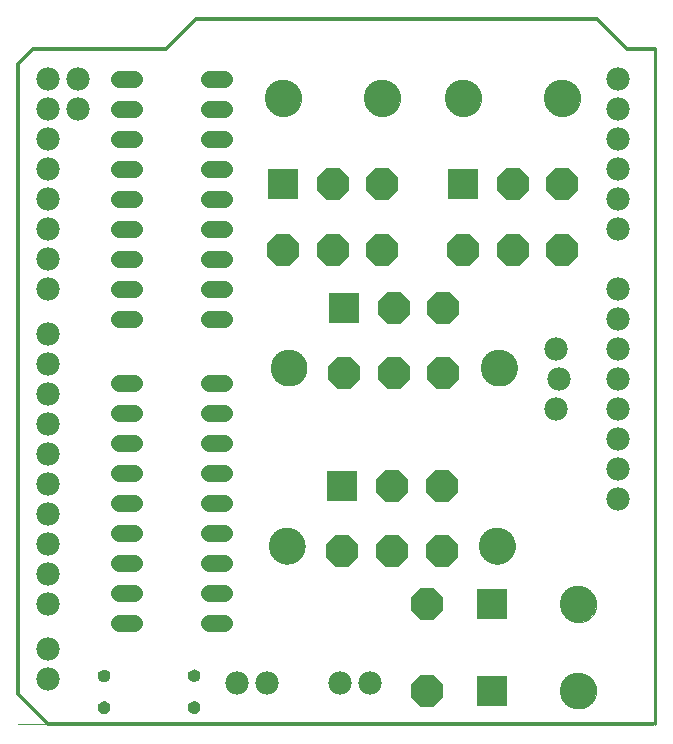
<source format=gts>
G75*
%MOIN*%
%OFA0B0*%
%FSLAX25Y25*%
%IPPOS*%
%LPD*%
%AMOC8*
5,1,8,0,0,1.08239X$1,22.5*
%
%ADD10C,0.00000*%
%ADD11C,0.01000*%
%ADD12C,0.01200*%
%ADD13C,0.07800*%
%ADD14C,0.00500*%
%ADD15C,0.05600*%
%ADD16OC8,0.10400*%
%ADD17R,0.10400X0.10400*%
%ADD18C,0.12211*%
D10*
X0005000Y0005000D02*
X0015000Y0005000D01*
X0208701Y0005000D01*
X0185959Y0016250D02*
X0185961Y0016403D01*
X0185967Y0016557D01*
X0185977Y0016710D01*
X0185991Y0016862D01*
X0186009Y0017015D01*
X0186031Y0017166D01*
X0186056Y0017317D01*
X0186086Y0017468D01*
X0186120Y0017618D01*
X0186157Y0017766D01*
X0186198Y0017914D01*
X0186243Y0018060D01*
X0186292Y0018206D01*
X0186345Y0018350D01*
X0186401Y0018492D01*
X0186461Y0018633D01*
X0186525Y0018773D01*
X0186592Y0018911D01*
X0186663Y0019047D01*
X0186738Y0019181D01*
X0186815Y0019313D01*
X0186897Y0019443D01*
X0186981Y0019571D01*
X0187069Y0019697D01*
X0187160Y0019820D01*
X0187254Y0019941D01*
X0187352Y0020059D01*
X0187452Y0020175D01*
X0187556Y0020288D01*
X0187662Y0020399D01*
X0187771Y0020507D01*
X0187883Y0020612D01*
X0187997Y0020713D01*
X0188115Y0020812D01*
X0188234Y0020908D01*
X0188356Y0021001D01*
X0188481Y0021090D01*
X0188608Y0021177D01*
X0188737Y0021259D01*
X0188868Y0021339D01*
X0189001Y0021415D01*
X0189136Y0021488D01*
X0189273Y0021557D01*
X0189412Y0021622D01*
X0189552Y0021684D01*
X0189694Y0021742D01*
X0189837Y0021797D01*
X0189982Y0021848D01*
X0190128Y0021895D01*
X0190275Y0021938D01*
X0190423Y0021977D01*
X0190572Y0022013D01*
X0190722Y0022044D01*
X0190873Y0022072D01*
X0191024Y0022096D01*
X0191177Y0022116D01*
X0191329Y0022132D01*
X0191482Y0022144D01*
X0191635Y0022152D01*
X0191788Y0022156D01*
X0191942Y0022156D01*
X0192095Y0022152D01*
X0192248Y0022144D01*
X0192401Y0022132D01*
X0192553Y0022116D01*
X0192706Y0022096D01*
X0192857Y0022072D01*
X0193008Y0022044D01*
X0193158Y0022013D01*
X0193307Y0021977D01*
X0193455Y0021938D01*
X0193602Y0021895D01*
X0193748Y0021848D01*
X0193893Y0021797D01*
X0194036Y0021742D01*
X0194178Y0021684D01*
X0194318Y0021622D01*
X0194457Y0021557D01*
X0194594Y0021488D01*
X0194729Y0021415D01*
X0194862Y0021339D01*
X0194993Y0021259D01*
X0195122Y0021177D01*
X0195249Y0021090D01*
X0195374Y0021001D01*
X0195496Y0020908D01*
X0195615Y0020812D01*
X0195733Y0020713D01*
X0195847Y0020612D01*
X0195959Y0020507D01*
X0196068Y0020399D01*
X0196174Y0020288D01*
X0196278Y0020175D01*
X0196378Y0020059D01*
X0196476Y0019941D01*
X0196570Y0019820D01*
X0196661Y0019697D01*
X0196749Y0019571D01*
X0196833Y0019443D01*
X0196915Y0019313D01*
X0196992Y0019181D01*
X0197067Y0019047D01*
X0197138Y0018911D01*
X0197205Y0018773D01*
X0197269Y0018633D01*
X0197329Y0018492D01*
X0197385Y0018350D01*
X0197438Y0018206D01*
X0197487Y0018060D01*
X0197532Y0017914D01*
X0197573Y0017766D01*
X0197610Y0017618D01*
X0197644Y0017468D01*
X0197674Y0017317D01*
X0197699Y0017166D01*
X0197721Y0017015D01*
X0197739Y0016862D01*
X0197753Y0016710D01*
X0197763Y0016557D01*
X0197769Y0016403D01*
X0197771Y0016250D01*
X0197769Y0016097D01*
X0197763Y0015943D01*
X0197753Y0015790D01*
X0197739Y0015638D01*
X0197721Y0015485D01*
X0197699Y0015334D01*
X0197674Y0015183D01*
X0197644Y0015032D01*
X0197610Y0014882D01*
X0197573Y0014734D01*
X0197532Y0014586D01*
X0197487Y0014440D01*
X0197438Y0014294D01*
X0197385Y0014150D01*
X0197329Y0014008D01*
X0197269Y0013867D01*
X0197205Y0013727D01*
X0197138Y0013589D01*
X0197067Y0013453D01*
X0196992Y0013319D01*
X0196915Y0013187D01*
X0196833Y0013057D01*
X0196749Y0012929D01*
X0196661Y0012803D01*
X0196570Y0012680D01*
X0196476Y0012559D01*
X0196378Y0012441D01*
X0196278Y0012325D01*
X0196174Y0012212D01*
X0196068Y0012101D01*
X0195959Y0011993D01*
X0195847Y0011888D01*
X0195733Y0011787D01*
X0195615Y0011688D01*
X0195496Y0011592D01*
X0195374Y0011499D01*
X0195249Y0011410D01*
X0195122Y0011323D01*
X0194993Y0011241D01*
X0194862Y0011161D01*
X0194729Y0011085D01*
X0194594Y0011012D01*
X0194457Y0010943D01*
X0194318Y0010878D01*
X0194178Y0010816D01*
X0194036Y0010758D01*
X0193893Y0010703D01*
X0193748Y0010652D01*
X0193602Y0010605D01*
X0193455Y0010562D01*
X0193307Y0010523D01*
X0193158Y0010487D01*
X0193008Y0010456D01*
X0192857Y0010428D01*
X0192706Y0010404D01*
X0192553Y0010384D01*
X0192401Y0010368D01*
X0192248Y0010356D01*
X0192095Y0010348D01*
X0191942Y0010344D01*
X0191788Y0010344D01*
X0191635Y0010348D01*
X0191482Y0010356D01*
X0191329Y0010368D01*
X0191177Y0010384D01*
X0191024Y0010404D01*
X0190873Y0010428D01*
X0190722Y0010456D01*
X0190572Y0010487D01*
X0190423Y0010523D01*
X0190275Y0010562D01*
X0190128Y0010605D01*
X0189982Y0010652D01*
X0189837Y0010703D01*
X0189694Y0010758D01*
X0189552Y0010816D01*
X0189412Y0010878D01*
X0189273Y0010943D01*
X0189136Y0011012D01*
X0189001Y0011085D01*
X0188868Y0011161D01*
X0188737Y0011241D01*
X0188608Y0011323D01*
X0188481Y0011410D01*
X0188356Y0011499D01*
X0188234Y0011592D01*
X0188115Y0011688D01*
X0187997Y0011787D01*
X0187883Y0011888D01*
X0187771Y0011993D01*
X0187662Y0012101D01*
X0187556Y0012212D01*
X0187452Y0012325D01*
X0187352Y0012441D01*
X0187254Y0012559D01*
X0187160Y0012680D01*
X0187069Y0012803D01*
X0186981Y0012929D01*
X0186897Y0013057D01*
X0186815Y0013187D01*
X0186738Y0013319D01*
X0186663Y0013453D01*
X0186592Y0013589D01*
X0186525Y0013727D01*
X0186461Y0013867D01*
X0186401Y0014008D01*
X0186345Y0014150D01*
X0186292Y0014294D01*
X0186243Y0014440D01*
X0186198Y0014586D01*
X0186157Y0014734D01*
X0186120Y0014882D01*
X0186086Y0015032D01*
X0186056Y0015183D01*
X0186031Y0015334D01*
X0186009Y0015485D01*
X0185991Y0015638D01*
X0185977Y0015790D01*
X0185967Y0015943D01*
X0185961Y0016097D01*
X0185959Y0016250D01*
X0185959Y0045000D02*
X0185961Y0045153D01*
X0185967Y0045307D01*
X0185977Y0045460D01*
X0185991Y0045612D01*
X0186009Y0045765D01*
X0186031Y0045916D01*
X0186056Y0046067D01*
X0186086Y0046218D01*
X0186120Y0046368D01*
X0186157Y0046516D01*
X0186198Y0046664D01*
X0186243Y0046810D01*
X0186292Y0046956D01*
X0186345Y0047100D01*
X0186401Y0047242D01*
X0186461Y0047383D01*
X0186525Y0047523D01*
X0186592Y0047661D01*
X0186663Y0047797D01*
X0186738Y0047931D01*
X0186815Y0048063D01*
X0186897Y0048193D01*
X0186981Y0048321D01*
X0187069Y0048447D01*
X0187160Y0048570D01*
X0187254Y0048691D01*
X0187352Y0048809D01*
X0187452Y0048925D01*
X0187556Y0049038D01*
X0187662Y0049149D01*
X0187771Y0049257D01*
X0187883Y0049362D01*
X0187997Y0049463D01*
X0188115Y0049562D01*
X0188234Y0049658D01*
X0188356Y0049751D01*
X0188481Y0049840D01*
X0188608Y0049927D01*
X0188737Y0050009D01*
X0188868Y0050089D01*
X0189001Y0050165D01*
X0189136Y0050238D01*
X0189273Y0050307D01*
X0189412Y0050372D01*
X0189552Y0050434D01*
X0189694Y0050492D01*
X0189837Y0050547D01*
X0189982Y0050598D01*
X0190128Y0050645D01*
X0190275Y0050688D01*
X0190423Y0050727D01*
X0190572Y0050763D01*
X0190722Y0050794D01*
X0190873Y0050822D01*
X0191024Y0050846D01*
X0191177Y0050866D01*
X0191329Y0050882D01*
X0191482Y0050894D01*
X0191635Y0050902D01*
X0191788Y0050906D01*
X0191942Y0050906D01*
X0192095Y0050902D01*
X0192248Y0050894D01*
X0192401Y0050882D01*
X0192553Y0050866D01*
X0192706Y0050846D01*
X0192857Y0050822D01*
X0193008Y0050794D01*
X0193158Y0050763D01*
X0193307Y0050727D01*
X0193455Y0050688D01*
X0193602Y0050645D01*
X0193748Y0050598D01*
X0193893Y0050547D01*
X0194036Y0050492D01*
X0194178Y0050434D01*
X0194318Y0050372D01*
X0194457Y0050307D01*
X0194594Y0050238D01*
X0194729Y0050165D01*
X0194862Y0050089D01*
X0194993Y0050009D01*
X0195122Y0049927D01*
X0195249Y0049840D01*
X0195374Y0049751D01*
X0195496Y0049658D01*
X0195615Y0049562D01*
X0195733Y0049463D01*
X0195847Y0049362D01*
X0195959Y0049257D01*
X0196068Y0049149D01*
X0196174Y0049038D01*
X0196278Y0048925D01*
X0196378Y0048809D01*
X0196476Y0048691D01*
X0196570Y0048570D01*
X0196661Y0048447D01*
X0196749Y0048321D01*
X0196833Y0048193D01*
X0196915Y0048063D01*
X0196992Y0047931D01*
X0197067Y0047797D01*
X0197138Y0047661D01*
X0197205Y0047523D01*
X0197269Y0047383D01*
X0197329Y0047242D01*
X0197385Y0047100D01*
X0197438Y0046956D01*
X0197487Y0046810D01*
X0197532Y0046664D01*
X0197573Y0046516D01*
X0197610Y0046368D01*
X0197644Y0046218D01*
X0197674Y0046067D01*
X0197699Y0045916D01*
X0197721Y0045765D01*
X0197739Y0045612D01*
X0197753Y0045460D01*
X0197763Y0045307D01*
X0197769Y0045153D01*
X0197771Y0045000D01*
X0197769Y0044847D01*
X0197763Y0044693D01*
X0197753Y0044540D01*
X0197739Y0044388D01*
X0197721Y0044235D01*
X0197699Y0044084D01*
X0197674Y0043933D01*
X0197644Y0043782D01*
X0197610Y0043632D01*
X0197573Y0043484D01*
X0197532Y0043336D01*
X0197487Y0043190D01*
X0197438Y0043044D01*
X0197385Y0042900D01*
X0197329Y0042758D01*
X0197269Y0042617D01*
X0197205Y0042477D01*
X0197138Y0042339D01*
X0197067Y0042203D01*
X0196992Y0042069D01*
X0196915Y0041937D01*
X0196833Y0041807D01*
X0196749Y0041679D01*
X0196661Y0041553D01*
X0196570Y0041430D01*
X0196476Y0041309D01*
X0196378Y0041191D01*
X0196278Y0041075D01*
X0196174Y0040962D01*
X0196068Y0040851D01*
X0195959Y0040743D01*
X0195847Y0040638D01*
X0195733Y0040537D01*
X0195615Y0040438D01*
X0195496Y0040342D01*
X0195374Y0040249D01*
X0195249Y0040160D01*
X0195122Y0040073D01*
X0194993Y0039991D01*
X0194862Y0039911D01*
X0194729Y0039835D01*
X0194594Y0039762D01*
X0194457Y0039693D01*
X0194318Y0039628D01*
X0194178Y0039566D01*
X0194036Y0039508D01*
X0193893Y0039453D01*
X0193748Y0039402D01*
X0193602Y0039355D01*
X0193455Y0039312D01*
X0193307Y0039273D01*
X0193158Y0039237D01*
X0193008Y0039206D01*
X0192857Y0039178D01*
X0192706Y0039154D01*
X0192553Y0039134D01*
X0192401Y0039118D01*
X0192248Y0039106D01*
X0192095Y0039098D01*
X0191942Y0039094D01*
X0191788Y0039094D01*
X0191635Y0039098D01*
X0191482Y0039106D01*
X0191329Y0039118D01*
X0191177Y0039134D01*
X0191024Y0039154D01*
X0190873Y0039178D01*
X0190722Y0039206D01*
X0190572Y0039237D01*
X0190423Y0039273D01*
X0190275Y0039312D01*
X0190128Y0039355D01*
X0189982Y0039402D01*
X0189837Y0039453D01*
X0189694Y0039508D01*
X0189552Y0039566D01*
X0189412Y0039628D01*
X0189273Y0039693D01*
X0189136Y0039762D01*
X0189001Y0039835D01*
X0188868Y0039911D01*
X0188737Y0039991D01*
X0188608Y0040073D01*
X0188481Y0040160D01*
X0188356Y0040249D01*
X0188234Y0040342D01*
X0188115Y0040438D01*
X0187997Y0040537D01*
X0187883Y0040638D01*
X0187771Y0040743D01*
X0187662Y0040851D01*
X0187556Y0040962D01*
X0187452Y0041075D01*
X0187352Y0041191D01*
X0187254Y0041309D01*
X0187160Y0041430D01*
X0187069Y0041553D01*
X0186981Y0041679D01*
X0186897Y0041807D01*
X0186815Y0041937D01*
X0186738Y0042069D01*
X0186663Y0042203D01*
X0186592Y0042339D01*
X0186525Y0042477D01*
X0186461Y0042617D01*
X0186401Y0042758D01*
X0186345Y0042900D01*
X0186292Y0043044D01*
X0186243Y0043190D01*
X0186198Y0043336D01*
X0186157Y0043484D01*
X0186120Y0043632D01*
X0186086Y0043782D01*
X0186056Y0043933D01*
X0186031Y0044084D01*
X0186009Y0044235D01*
X0185991Y0044388D01*
X0185977Y0044540D01*
X0185967Y0044693D01*
X0185961Y0044847D01*
X0185959Y0045000D01*
X0158848Y0064532D02*
X0158850Y0064685D01*
X0158856Y0064839D01*
X0158866Y0064992D01*
X0158880Y0065144D01*
X0158898Y0065297D01*
X0158920Y0065448D01*
X0158945Y0065599D01*
X0158975Y0065750D01*
X0159009Y0065900D01*
X0159046Y0066048D01*
X0159087Y0066196D01*
X0159132Y0066342D01*
X0159181Y0066488D01*
X0159234Y0066632D01*
X0159290Y0066774D01*
X0159350Y0066915D01*
X0159414Y0067055D01*
X0159481Y0067193D01*
X0159552Y0067329D01*
X0159627Y0067463D01*
X0159704Y0067595D01*
X0159786Y0067725D01*
X0159870Y0067853D01*
X0159958Y0067979D01*
X0160049Y0068102D01*
X0160143Y0068223D01*
X0160241Y0068341D01*
X0160341Y0068457D01*
X0160445Y0068570D01*
X0160551Y0068681D01*
X0160660Y0068789D01*
X0160772Y0068894D01*
X0160886Y0068995D01*
X0161004Y0069094D01*
X0161123Y0069190D01*
X0161245Y0069283D01*
X0161370Y0069372D01*
X0161497Y0069459D01*
X0161626Y0069541D01*
X0161757Y0069621D01*
X0161890Y0069697D01*
X0162025Y0069770D01*
X0162162Y0069839D01*
X0162301Y0069904D01*
X0162441Y0069966D01*
X0162583Y0070024D01*
X0162726Y0070079D01*
X0162871Y0070130D01*
X0163017Y0070177D01*
X0163164Y0070220D01*
X0163312Y0070259D01*
X0163461Y0070295D01*
X0163611Y0070326D01*
X0163762Y0070354D01*
X0163913Y0070378D01*
X0164066Y0070398D01*
X0164218Y0070414D01*
X0164371Y0070426D01*
X0164524Y0070434D01*
X0164677Y0070438D01*
X0164831Y0070438D01*
X0164984Y0070434D01*
X0165137Y0070426D01*
X0165290Y0070414D01*
X0165442Y0070398D01*
X0165595Y0070378D01*
X0165746Y0070354D01*
X0165897Y0070326D01*
X0166047Y0070295D01*
X0166196Y0070259D01*
X0166344Y0070220D01*
X0166491Y0070177D01*
X0166637Y0070130D01*
X0166782Y0070079D01*
X0166925Y0070024D01*
X0167067Y0069966D01*
X0167207Y0069904D01*
X0167346Y0069839D01*
X0167483Y0069770D01*
X0167618Y0069697D01*
X0167751Y0069621D01*
X0167882Y0069541D01*
X0168011Y0069459D01*
X0168138Y0069372D01*
X0168263Y0069283D01*
X0168385Y0069190D01*
X0168504Y0069094D01*
X0168622Y0068995D01*
X0168736Y0068894D01*
X0168848Y0068789D01*
X0168957Y0068681D01*
X0169063Y0068570D01*
X0169167Y0068457D01*
X0169267Y0068341D01*
X0169365Y0068223D01*
X0169459Y0068102D01*
X0169550Y0067979D01*
X0169638Y0067853D01*
X0169722Y0067725D01*
X0169804Y0067595D01*
X0169881Y0067463D01*
X0169956Y0067329D01*
X0170027Y0067193D01*
X0170094Y0067055D01*
X0170158Y0066915D01*
X0170218Y0066774D01*
X0170274Y0066632D01*
X0170327Y0066488D01*
X0170376Y0066342D01*
X0170421Y0066196D01*
X0170462Y0066048D01*
X0170499Y0065900D01*
X0170533Y0065750D01*
X0170563Y0065599D01*
X0170588Y0065448D01*
X0170610Y0065297D01*
X0170628Y0065144D01*
X0170642Y0064992D01*
X0170652Y0064839D01*
X0170658Y0064685D01*
X0170660Y0064532D01*
X0170658Y0064379D01*
X0170652Y0064225D01*
X0170642Y0064072D01*
X0170628Y0063920D01*
X0170610Y0063767D01*
X0170588Y0063616D01*
X0170563Y0063465D01*
X0170533Y0063314D01*
X0170499Y0063164D01*
X0170462Y0063016D01*
X0170421Y0062868D01*
X0170376Y0062722D01*
X0170327Y0062576D01*
X0170274Y0062432D01*
X0170218Y0062290D01*
X0170158Y0062149D01*
X0170094Y0062009D01*
X0170027Y0061871D01*
X0169956Y0061735D01*
X0169881Y0061601D01*
X0169804Y0061469D01*
X0169722Y0061339D01*
X0169638Y0061211D01*
X0169550Y0061085D01*
X0169459Y0060962D01*
X0169365Y0060841D01*
X0169267Y0060723D01*
X0169167Y0060607D01*
X0169063Y0060494D01*
X0168957Y0060383D01*
X0168848Y0060275D01*
X0168736Y0060170D01*
X0168622Y0060069D01*
X0168504Y0059970D01*
X0168385Y0059874D01*
X0168263Y0059781D01*
X0168138Y0059692D01*
X0168011Y0059605D01*
X0167882Y0059523D01*
X0167751Y0059443D01*
X0167618Y0059367D01*
X0167483Y0059294D01*
X0167346Y0059225D01*
X0167207Y0059160D01*
X0167067Y0059098D01*
X0166925Y0059040D01*
X0166782Y0058985D01*
X0166637Y0058934D01*
X0166491Y0058887D01*
X0166344Y0058844D01*
X0166196Y0058805D01*
X0166047Y0058769D01*
X0165897Y0058738D01*
X0165746Y0058710D01*
X0165595Y0058686D01*
X0165442Y0058666D01*
X0165290Y0058650D01*
X0165137Y0058638D01*
X0164984Y0058630D01*
X0164831Y0058626D01*
X0164677Y0058626D01*
X0164524Y0058630D01*
X0164371Y0058638D01*
X0164218Y0058650D01*
X0164066Y0058666D01*
X0163913Y0058686D01*
X0163762Y0058710D01*
X0163611Y0058738D01*
X0163461Y0058769D01*
X0163312Y0058805D01*
X0163164Y0058844D01*
X0163017Y0058887D01*
X0162871Y0058934D01*
X0162726Y0058985D01*
X0162583Y0059040D01*
X0162441Y0059098D01*
X0162301Y0059160D01*
X0162162Y0059225D01*
X0162025Y0059294D01*
X0161890Y0059367D01*
X0161757Y0059443D01*
X0161626Y0059523D01*
X0161497Y0059605D01*
X0161370Y0059692D01*
X0161245Y0059781D01*
X0161123Y0059874D01*
X0161004Y0059970D01*
X0160886Y0060069D01*
X0160772Y0060170D01*
X0160660Y0060275D01*
X0160551Y0060383D01*
X0160445Y0060494D01*
X0160341Y0060607D01*
X0160241Y0060723D01*
X0160143Y0060841D01*
X0160049Y0060962D01*
X0159958Y0061085D01*
X0159870Y0061211D01*
X0159786Y0061339D01*
X0159704Y0061469D01*
X0159627Y0061601D01*
X0159552Y0061735D01*
X0159481Y0061871D01*
X0159414Y0062009D01*
X0159350Y0062149D01*
X0159290Y0062290D01*
X0159234Y0062432D01*
X0159181Y0062576D01*
X0159132Y0062722D01*
X0159087Y0062868D01*
X0159046Y0063016D01*
X0159009Y0063164D01*
X0158975Y0063314D01*
X0158945Y0063465D01*
X0158920Y0063616D01*
X0158898Y0063767D01*
X0158880Y0063920D01*
X0158866Y0064072D01*
X0158856Y0064225D01*
X0158850Y0064379D01*
X0158848Y0064532D01*
X0159473Y0123907D02*
X0159475Y0124060D01*
X0159481Y0124214D01*
X0159491Y0124367D01*
X0159505Y0124519D01*
X0159523Y0124672D01*
X0159545Y0124823D01*
X0159570Y0124974D01*
X0159600Y0125125D01*
X0159634Y0125275D01*
X0159671Y0125423D01*
X0159712Y0125571D01*
X0159757Y0125717D01*
X0159806Y0125863D01*
X0159859Y0126007D01*
X0159915Y0126149D01*
X0159975Y0126290D01*
X0160039Y0126430D01*
X0160106Y0126568D01*
X0160177Y0126704D01*
X0160252Y0126838D01*
X0160329Y0126970D01*
X0160411Y0127100D01*
X0160495Y0127228D01*
X0160583Y0127354D01*
X0160674Y0127477D01*
X0160768Y0127598D01*
X0160866Y0127716D01*
X0160966Y0127832D01*
X0161070Y0127945D01*
X0161176Y0128056D01*
X0161285Y0128164D01*
X0161397Y0128269D01*
X0161511Y0128370D01*
X0161629Y0128469D01*
X0161748Y0128565D01*
X0161870Y0128658D01*
X0161995Y0128747D01*
X0162122Y0128834D01*
X0162251Y0128916D01*
X0162382Y0128996D01*
X0162515Y0129072D01*
X0162650Y0129145D01*
X0162787Y0129214D01*
X0162926Y0129279D01*
X0163066Y0129341D01*
X0163208Y0129399D01*
X0163351Y0129454D01*
X0163496Y0129505D01*
X0163642Y0129552D01*
X0163789Y0129595D01*
X0163937Y0129634D01*
X0164086Y0129670D01*
X0164236Y0129701D01*
X0164387Y0129729D01*
X0164538Y0129753D01*
X0164691Y0129773D01*
X0164843Y0129789D01*
X0164996Y0129801D01*
X0165149Y0129809D01*
X0165302Y0129813D01*
X0165456Y0129813D01*
X0165609Y0129809D01*
X0165762Y0129801D01*
X0165915Y0129789D01*
X0166067Y0129773D01*
X0166220Y0129753D01*
X0166371Y0129729D01*
X0166522Y0129701D01*
X0166672Y0129670D01*
X0166821Y0129634D01*
X0166969Y0129595D01*
X0167116Y0129552D01*
X0167262Y0129505D01*
X0167407Y0129454D01*
X0167550Y0129399D01*
X0167692Y0129341D01*
X0167832Y0129279D01*
X0167971Y0129214D01*
X0168108Y0129145D01*
X0168243Y0129072D01*
X0168376Y0128996D01*
X0168507Y0128916D01*
X0168636Y0128834D01*
X0168763Y0128747D01*
X0168888Y0128658D01*
X0169010Y0128565D01*
X0169129Y0128469D01*
X0169247Y0128370D01*
X0169361Y0128269D01*
X0169473Y0128164D01*
X0169582Y0128056D01*
X0169688Y0127945D01*
X0169792Y0127832D01*
X0169892Y0127716D01*
X0169990Y0127598D01*
X0170084Y0127477D01*
X0170175Y0127354D01*
X0170263Y0127228D01*
X0170347Y0127100D01*
X0170429Y0126970D01*
X0170506Y0126838D01*
X0170581Y0126704D01*
X0170652Y0126568D01*
X0170719Y0126430D01*
X0170783Y0126290D01*
X0170843Y0126149D01*
X0170899Y0126007D01*
X0170952Y0125863D01*
X0171001Y0125717D01*
X0171046Y0125571D01*
X0171087Y0125423D01*
X0171124Y0125275D01*
X0171158Y0125125D01*
X0171188Y0124974D01*
X0171213Y0124823D01*
X0171235Y0124672D01*
X0171253Y0124519D01*
X0171267Y0124367D01*
X0171277Y0124214D01*
X0171283Y0124060D01*
X0171285Y0123907D01*
X0171283Y0123754D01*
X0171277Y0123600D01*
X0171267Y0123447D01*
X0171253Y0123295D01*
X0171235Y0123142D01*
X0171213Y0122991D01*
X0171188Y0122840D01*
X0171158Y0122689D01*
X0171124Y0122539D01*
X0171087Y0122391D01*
X0171046Y0122243D01*
X0171001Y0122097D01*
X0170952Y0121951D01*
X0170899Y0121807D01*
X0170843Y0121665D01*
X0170783Y0121524D01*
X0170719Y0121384D01*
X0170652Y0121246D01*
X0170581Y0121110D01*
X0170506Y0120976D01*
X0170429Y0120844D01*
X0170347Y0120714D01*
X0170263Y0120586D01*
X0170175Y0120460D01*
X0170084Y0120337D01*
X0169990Y0120216D01*
X0169892Y0120098D01*
X0169792Y0119982D01*
X0169688Y0119869D01*
X0169582Y0119758D01*
X0169473Y0119650D01*
X0169361Y0119545D01*
X0169247Y0119444D01*
X0169129Y0119345D01*
X0169010Y0119249D01*
X0168888Y0119156D01*
X0168763Y0119067D01*
X0168636Y0118980D01*
X0168507Y0118898D01*
X0168376Y0118818D01*
X0168243Y0118742D01*
X0168108Y0118669D01*
X0167971Y0118600D01*
X0167832Y0118535D01*
X0167692Y0118473D01*
X0167550Y0118415D01*
X0167407Y0118360D01*
X0167262Y0118309D01*
X0167116Y0118262D01*
X0166969Y0118219D01*
X0166821Y0118180D01*
X0166672Y0118144D01*
X0166522Y0118113D01*
X0166371Y0118085D01*
X0166220Y0118061D01*
X0166067Y0118041D01*
X0165915Y0118025D01*
X0165762Y0118013D01*
X0165609Y0118005D01*
X0165456Y0118001D01*
X0165302Y0118001D01*
X0165149Y0118005D01*
X0164996Y0118013D01*
X0164843Y0118025D01*
X0164691Y0118041D01*
X0164538Y0118061D01*
X0164387Y0118085D01*
X0164236Y0118113D01*
X0164086Y0118144D01*
X0163937Y0118180D01*
X0163789Y0118219D01*
X0163642Y0118262D01*
X0163496Y0118309D01*
X0163351Y0118360D01*
X0163208Y0118415D01*
X0163066Y0118473D01*
X0162926Y0118535D01*
X0162787Y0118600D01*
X0162650Y0118669D01*
X0162515Y0118742D01*
X0162382Y0118818D01*
X0162251Y0118898D01*
X0162122Y0118980D01*
X0161995Y0119067D01*
X0161870Y0119156D01*
X0161748Y0119249D01*
X0161629Y0119345D01*
X0161511Y0119444D01*
X0161397Y0119545D01*
X0161285Y0119650D01*
X0161176Y0119758D01*
X0161070Y0119869D01*
X0160966Y0119982D01*
X0160866Y0120098D01*
X0160768Y0120216D01*
X0160674Y0120337D01*
X0160583Y0120460D01*
X0160495Y0120586D01*
X0160411Y0120714D01*
X0160329Y0120844D01*
X0160252Y0120976D01*
X0160177Y0121110D01*
X0160106Y0121246D01*
X0160039Y0121384D01*
X0159975Y0121524D01*
X0159915Y0121665D01*
X0159859Y0121807D01*
X0159806Y0121951D01*
X0159757Y0122097D01*
X0159712Y0122243D01*
X0159671Y0122391D01*
X0159634Y0122539D01*
X0159600Y0122689D01*
X0159570Y0122840D01*
X0159545Y0122991D01*
X0159523Y0123142D01*
X0159505Y0123295D01*
X0159491Y0123447D01*
X0159481Y0123600D01*
X0159475Y0123754D01*
X0159473Y0123907D01*
X0089394Y0123907D02*
X0089396Y0124060D01*
X0089402Y0124214D01*
X0089412Y0124367D01*
X0089426Y0124519D01*
X0089444Y0124672D01*
X0089466Y0124823D01*
X0089491Y0124974D01*
X0089521Y0125125D01*
X0089555Y0125275D01*
X0089592Y0125423D01*
X0089633Y0125571D01*
X0089678Y0125717D01*
X0089727Y0125863D01*
X0089780Y0126007D01*
X0089836Y0126149D01*
X0089896Y0126290D01*
X0089960Y0126430D01*
X0090027Y0126568D01*
X0090098Y0126704D01*
X0090173Y0126838D01*
X0090250Y0126970D01*
X0090332Y0127100D01*
X0090416Y0127228D01*
X0090504Y0127354D01*
X0090595Y0127477D01*
X0090689Y0127598D01*
X0090787Y0127716D01*
X0090887Y0127832D01*
X0090991Y0127945D01*
X0091097Y0128056D01*
X0091206Y0128164D01*
X0091318Y0128269D01*
X0091432Y0128370D01*
X0091550Y0128469D01*
X0091669Y0128565D01*
X0091791Y0128658D01*
X0091916Y0128747D01*
X0092043Y0128834D01*
X0092172Y0128916D01*
X0092303Y0128996D01*
X0092436Y0129072D01*
X0092571Y0129145D01*
X0092708Y0129214D01*
X0092847Y0129279D01*
X0092987Y0129341D01*
X0093129Y0129399D01*
X0093272Y0129454D01*
X0093417Y0129505D01*
X0093563Y0129552D01*
X0093710Y0129595D01*
X0093858Y0129634D01*
X0094007Y0129670D01*
X0094157Y0129701D01*
X0094308Y0129729D01*
X0094459Y0129753D01*
X0094612Y0129773D01*
X0094764Y0129789D01*
X0094917Y0129801D01*
X0095070Y0129809D01*
X0095223Y0129813D01*
X0095377Y0129813D01*
X0095530Y0129809D01*
X0095683Y0129801D01*
X0095836Y0129789D01*
X0095988Y0129773D01*
X0096141Y0129753D01*
X0096292Y0129729D01*
X0096443Y0129701D01*
X0096593Y0129670D01*
X0096742Y0129634D01*
X0096890Y0129595D01*
X0097037Y0129552D01*
X0097183Y0129505D01*
X0097328Y0129454D01*
X0097471Y0129399D01*
X0097613Y0129341D01*
X0097753Y0129279D01*
X0097892Y0129214D01*
X0098029Y0129145D01*
X0098164Y0129072D01*
X0098297Y0128996D01*
X0098428Y0128916D01*
X0098557Y0128834D01*
X0098684Y0128747D01*
X0098809Y0128658D01*
X0098931Y0128565D01*
X0099050Y0128469D01*
X0099168Y0128370D01*
X0099282Y0128269D01*
X0099394Y0128164D01*
X0099503Y0128056D01*
X0099609Y0127945D01*
X0099713Y0127832D01*
X0099813Y0127716D01*
X0099911Y0127598D01*
X0100005Y0127477D01*
X0100096Y0127354D01*
X0100184Y0127228D01*
X0100268Y0127100D01*
X0100350Y0126970D01*
X0100427Y0126838D01*
X0100502Y0126704D01*
X0100573Y0126568D01*
X0100640Y0126430D01*
X0100704Y0126290D01*
X0100764Y0126149D01*
X0100820Y0126007D01*
X0100873Y0125863D01*
X0100922Y0125717D01*
X0100967Y0125571D01*
X0101008Y0125423D01*
X0101045Y0125275D01*
X0101079Y0125125D01*
X0101109Y0124974D01*
X0101134Y0124823D01*
X0101156Y0124672D01*
X0101174Y0124519D01*
X0101188Y0124367D01*
X0101198Y0124214D01*
X0101204Y0124060D01*
X0101206Y0123907D01*
X0101204Y0123754D01*
X0101198Y0123600D01*
X0101188Y0123447D01*
X0101174Y0123295D01*
X0101156Y0123142D01*
X0101134Y0122991D01*
X0101109Y0122840D01*
X0101079Y0122689D01*
X0101045Y0122539D01*
X0101008Y0122391D01*
X0100967Y0122243D01*
X0100922Y0122097D01*
X0100873Y0121951D01*
X0100820Y0121807D01*
X0100764Y0121665D01*
X0100704Y0121524D01*
X0100640Y0121384D01*
X0100573Y0121246D01*
X0100502Y0121110D01*
X0100427Y0120976D01*
X0100350Y0120844D01*
X0100268Y0120714D01*
X0100184Y0120586D01*
X0100096Y0120460D01*
X0100005Y0120337D01*
X0099911Y0120216D01*
X0099813Y0120098D01*
X0099713Y0119982D01*
X0099609Y0119869D01*
X0099503Y0119758D01*
X0099394Y0119650D01*
X0099282Y0119545D01*
X0099168Y0119444D01*
X0099050Y0119345D01*
X0098931Y0119249D01*
X0098809Y0119156D01*
X0098684Y0119067D01*
X0098557Y0118980D01*
X0098428Y0118898D01*
X0098297Y0118818D01*
X0098164Y0118742D01*
X0098029Y0118669D01*
X0097892Y0118600D01*
X0097753Y0118535D01*
X0097613Y0118473D01*
X0097471Y0118415D01*
X0097328Y0118360D01*
X0097183Y0118309D01*
X0097037Y0118262D01*
X0096890Y0118219D01*
X0096742Y0118180D01*
X0096593Y0118144D01*
X0096443Y0118113D01*
X0096292Y0118085D01*
X0096141Y0118061D01*
X0095988Y0118041D01*
X0095836Y0118025D01*
X0095683Y0118013D01*
X0095530Y0118005D01*
X0095377Y0118001D01*
X0095223Y0118001D01*
X0095070Y0118005D01*
X0094917Y0118013D01*
X0094764Y0118025D01*
X0094612Y0118041D01*
X0094459Y0118061D01*
X0094308Y0118085D01*
X0094157Y0118113D01*
X0094007Y0118144D01*
X0093858Y0118180D01*
X0093710Y0118219D01*
X0093563Y0118262D01*
X0093417Y0118309D01*
X0093272Y0118360D01*
X0093129Y0118415D01*
X0092987Y0118473D01*
X0092847Y0118535D01*
X0092708Y0118600D01*
X0092571Y0118669D01*
X0092436Y0118742D01*
X0092303Y0118818D01*
X0092172Y0118898D01*
X0092043Y0118980D01*
X0091916Y0119067D01*
X0091791Y0119156D01*
X0091669Y0119249D01*
X0091550Y0119345D01*
X0091432Y0119444D01*
X0091318Y0119545D01*
X0091206Y0119650D01*
X0091097Y0119758D01*
X0090991Y0119869D01*
X0090887Y0119982D01*
X0090787Y0120098D01*
X0090689Y0120216D01*
X0090595Y0120337D01*
X0090504Y0120460D01*
X0090416Y0120586D01*
X0090332Y0120714D01*
X0090250Y0120844D01*
X0090173Y0120976D01*
X0090098Y0121110D01*
X0090027Y0121246D01*
X0089960Y0121384D01*
X0089896Y0121524D01*
X0089836Y0121665D01*
X0089780Y0121807D01*
X0089727Y0121951D01*
X0089678Y0122097D01*
X0089633Y0122243D01*
X0089592Y0122391D01*
X0089555Y0122539D01*
X0089521Y0122689D01*
X0089491Y0122840D01*
X0089466Y0122991D01*
X0089444Y0123142D01*
X0089426Y0123295D01*
X0089412Y0123447D01*
X0089402Y0123600D01*
X0089396Y0123754D01*
X0089394Y0123907D01*
X0088769Y0064532D02*
X0088771Y0064685D01*
X0088777Y0064839D01*
X0088787Y0064992D01*
X0088801Y0065144D01*
X0088819Y0065297D01*
X0088841Y0065448D01*
X0088866Y0065599D01*
X0088896Y0065750D01*
X0088930Y0065900D01*
X0088967Y0066048D01*
X0089008Y0066196D01*
X0089053Y0066342D01*
X0089102Y0066488D01*
X0089155Y0066632D01*
X0089211Y0066774D01*
X0089271Y0066915D01*
X0089335Y0067055D01*
X0089402Y0067193D01*
X0089473Y0067329D01*
X0089548Y0067463D01*
X0089625Y0067595D01*
X0089707Y0067725D01*
X0089791Y0067853D01*
X0089879Y0067979D01*
X0089970Y0068102D01*
X0090064Y0068223D01*
X0090162Y0068341D01*
X0090262Y0068457D01*
X0090366Y0068570D01*
X0090472Y0068681D01*
X0090581Y0068789D01*
X0090693Y0068894D01*
X0090807Y0068995D01*
X0090925Y0069094D01*
X0091044Y0069190D01*
X0091166Y0069283D01*
X0091291Y0069372D01*
X0091418Y0069459D01*
X0091547Y0069541D01*
X0091678Y0069621D01*
X0091811Y0069697D01*
X0091946Y0069770D01*
X0092083Y0069839D01*
X0092222Y0069904D01*
X0092362Y0069966D01*
X0092504Y0070024D01*
X0092647Y0070079D01*
X0092792Y0070130D01*
X0092938Y0070177D01*
X0093085Y0070220D01*
X0093233Y0070259D01*
X0093382Y0070295D01*
X0093532Y0070326D01*
X0093683Y0070354D01*
X0093834Y0070378D01*
X0093987Y0070398D01*
X0094139Y0070414D01*
X0094292Y0070426D01*
X0094445Y0070434D01*
X0094598Y0070438D01*
X0094752Y0070438D01*
X0094905Y0070434D01*
X0095058Y0070426D01*
X0095211Y0070414D01*
X0095363Y0070398D01*
X0095516Y0070378D01*
X0095667Y0070354D01*
X0095818Y0070326D01*
X0095968Y0070295D01*
X0096117Y0070259D01*
X0096265Y0070220D01*
X0096412Y0070177D01*
X0096558Y0070130D01*
X0096703Y0070079D01*
X0096846Y0070024D01*
X0096988Y0069966D01*
X0097128Y0069904D01*
X0097267Y0069839D01*
X0097404Y0069770D01*
X0097539Y0069697D01*
X0097672Y0069621D01*
X0097803Y0069541D01*
X0097932Y0069459D01*
X0098059Y0069372D01*
X0098184Y0069283D01*
X0098306Y0069190D01*
X0098425Y0069094D01*
X0098543Y0068995D01*
X0098657Y0068894D01*
X0098769Y0068789D01*
X0098878Y0068681D01*
X0098984Y0068570D01*
X0099088Y0068457D01*
X0099188Y0068341D01*
X0099286Y0068223D01*
X0099380Y0068102D01*
X0099471Y0067979D01*
X0099559Y0067853D01*
X0099643Y0067725D01*
X0099725Y0067595D01*
X0099802Y0067463D01*
X0099877Y0067329D01*
X0099948Y0067193D01*
X0100015Y0067055D01*
X0100079Y0066915D01*
X0100139Y0066774D01*
X0100195Y0066632D01*
X0100248Y0066488D01*
X0100297Y0066342D01*
X0100342Y0066196D01*
X0100383Y0066048D01*
X0100420Y0065900D01*
X0100454Y0065750D01*
X0100484Y0065599D01*
X0100509Y0065448D01*
X0100531Y0065297D01*
X0100549Y0065144D01*
X0100563Y0064992D01*
X0100573Y0064839D01*
X0100579Y0064685D01*
X0100581Y0064532D01*
X0100579Y0064379D01*
X0100573Y0064225D01*
X0100563Y0064072D01*
X0100549Y0063920D01*
X0100531Y0063767D01*
X0100509Y0063616D01*
X0100484Y0063465D01*
X0100454Y0063314D01*
X0100420Y0063164D01*
X0100383Y0063016D01*
X0100342Y0062868D01*
X0100297Y0062722D01*
X0100248Y0062576D01*
X0100195Y0062432D01*
X0100139Y0062290D01*
X0100079Y0062149D01*
X0100015Y0062009D01*
X0099948Y0061871D01*
X0099877Y0061735D01*
X0099802Y0061601D01*
X0099725Y0061469D01*
X0099643Y0061339D01*
X0099559Y0061211D01*
X0099471Y0061085D01*
X0099380Y0060962D01*
X0099286Y0060841D01*
X0099188Y0060723D01*
X0099088Y0060607D01*
X0098984Y0060494D01*
X0098878Y0060383D01*
X0098769Y0060275D01*
X0098657Y0060170D01*
X0098543Y0060069D01*
X0098425Y0059970D01*
X0098306Y0059874D01*
X0098184Y0059781D01*
X0098059Y0059692D01*
X0097932Y0059605D01*
X0097803Y0059523D01*
X0097672Y0059443D01*
X0097539Y0059367D01*
X0097404Y0059294D01*
X0097267Y0059225D01*
X0097128Y0059160D01*
X0096988Y0059098D01*
X0096846Y0059040D01*
X0096703Y0058985D01*
X0096558Y0058934D01*
X0096412Y0058887D01*
X0096265Y0058844D01*
X0096117Y0058805D01*
X0095968Y0058769D01*
X0095818Y0058738D01*
X0095667Y0058710D01*
X0095516Y0058686D01*
X0095363Y0058666D01*
X0095211Y0058650D01*
X0095058Y0058638D01*
X0094905Y0058630D01*
X0094752Y0058626D01*
X0094598Y0058626D01*
X0094445Y0058630D01*
X0094292Y0058638D01*
X0094139Y0058650D01*
X0093987Y0058666D01*
X0093834Y0058686D01*
X0093683Y0058710D01*
X0093532Y0058738D01*
X0093382Y0058769D01*
X0093233Y0058805D01*
X0093085Y0058844D01*
X0092938Y0058887D01*
X0092792Y0058934D01*
X0092647Y0058985D01*
X0092504Y0059040D01*
X0092362Y0059098D01*
X0092222Y0059160D01*
X0092083Y0059225D01*
X0091946Y0059294D01*
X0091811Y0059367D01*
X0091678Y0059443D01*
X0091547Y0059523D01*
X0091418Y0059605D01*
X0091291Y0059692D01*
X0091166Y0059781D01*
X0091044Y0059874D01*
X0090925Y0059970D01*
X0090807Y0060069D01*
X0090693Y0060170D01*
X0090581Y0060275D01*
X0090472Y0060383D01*
X0090366Y0060494D01*
X0090262Y0060607D01*
X0090162Y0060723D01*
X0090064Y0060841D01*
X0089970Y0060962D01*
X0089879Y0061085D01*
X0089791Y0061211D01*
X0089707Y0061339D01*
X0089625Y0061469D01*
X0089548Y0061601D01*
X0089473Y0061735D01*
X0089402Y0061871D01*
X0089335Y0062009D01*
X0089271Y0062149D01*
X0089211Y0062290D01*
X0089155Y0062432D01*
X0089102Y0062576D01*
X0089053Y0062722D01*
X0089008Y0062868D01*
X0088967Y0063016D01*
X0088930Y0063164D01*
X0088896Y0063314D01*
X0088866Y0063465D01*
X0088841Y0063616D01*
X0088819Y0063767D01*
X0088801Y0063920D01*
X0088787Y0064072D01*
X0088777Y0064225D01*
X0088771Y0064379D01*
X0088769Y0064532D01*
X0087594Y0213740D02*
X0087596Y0213893D01*
X0087602Y0214047D01*
X0087612Y0214200D01*
X0087626Y0214352D01*
X0087644Y0214505D01*
X0087666Y0214656D01*
X0087691Y0214807D01*
X0087721Y0214958D01*
X0087755Y0215108D01*
X0087792Y0215256D01*
X0087833Y0215404D01*
X0087878Y0215550D01*
X0087927Y0215696D01*
X0087980Y0215840D01*
X0088036Y0215982D01*
X0088096Y0216123D01*
X0088160Y0216263D01*
X0088227Y0216401D01*
X0088298Y0216537D01*
X0088373Y0216671D01*
X0088450Y0216803D01*
X0088532Y0216933D01*
X0088616Y0217061D01*
X0088704Y0217187D01*
X0088795Y0217310D01*
X0088889Y0217431D01*
X0088987Y0217549D01*
X0089087Y0217665D01*
X0089191Y0217778D01*
X0089297Y0217889D01*
X0089406Y0217997D01*
X0089518Y0218102D01*
X0089632Y0218203D01*
X0089750Y0218302D01*
X0089869Y0218398D01*
X0089991Y0218491D01*
X0090116Y0218580D01*
X0090243Y0218667D01*
X0090372Y0218749D01*
X0090503Y0218829D01*
X0090636Y0218905D01*
X0090771Y0218978D01*
X0090908Y0219047D01*
X0091047Y0219112D01*
X0091187Y0219174D01*
X0091329Y0219232D01*
X0091472Y0219287D01*
X0091617Y0219338D01*
X0091763Y0219385D01*
X0091910Y0219428D01*
X0092058Y0219467D01*
X0092207Y0219503D01*
X0092357Y0219534D01*
X0092508Y0219562D01*
X0092659Y0219586D01*
X0092812Y0219606D01*
X0092964Y0219622D01*
X0093117Y0219634D01*
X0093270Y0219642D01*
X0093423Y0219646D01*
X0093577Y0219646D01*
X0093730Y0219642D01*
X0093883Y0219634D01*
X0094036Y0219622D01*
X0094188Y0219606D01*
X0094341Y0219586D01*
X0094492Y0219562D01*
X0094643Y0219534D01*
X0094793Y0219503D01*
X0094942Y0219467D01*
X0095090Y0219428D01*
X0095237Y0219385D01*
X0095383Y0219338D01*
X0095528Y0219287D01*
X0095671Y0219232D01*
X0095813Y0219174D01*
X0095953Y0219112D01*
X0096092Y0219047D01*
X0096229Y0218978D01*
X0096364Y0218905D01*
X0096497Y0218829D01*
X0096628Y0218749D01*
X0096757Y0218667D01*
X0096884Y0218580D01*
X0097009Y0218491D01*
X0097131Y0218398D01*
X0097250Y0218302D01*
X0097368Y0218203D01*
X0097482Y0218102D01*
X0097594Y0217997D01*
X0097703Y0217889D01*
X0097809Y0217778D01*
X0097913Y0217665D01*
X0098013Y0217549D01*
X0098111Y0217431D01*
X0098205Y0217310D01*
X0098296Y0217187D01*
X0098384Y0217061D01*
X0098468Y0216933D01*
X0098550Y0216803D01*
X0098627Y0216671D01*
X0098702Y0216537D01*
X0098773Y0216401D01*
X0098840Y0216263D01*
X0098904Y0216123D01*
X0098964Y0215982D01*
X0099020Y0215840D01*
X0099073Y0215696D01*
X0099122Y0215550D01*
X0099167Y0215404D01*
X0099208Y0215256D01*
X0099245Y0215108D01*
X0099279Y0214958D01*
X0099309Y0214807D01*
X0099334Y0214656D01*
X0099356Y0214505D01*
X0099374Y0214352D01*
X0099388Y0214200D01*
X0099398Y0214047D01*
X0099404Y0213893D01*
X0099406Y0213740D01*
X0099404Y0213587D01*
X0099398Y0213433D01*
X0099388Y0213280D01*
X0099374Y0213128D01*
X0099356Y0212975D01*
X0099334Y0212824D01*
X0099309Y0212673D01*
X0099279Y0212522D01*
X0099245Y0212372D01*
X0099208Y0212224D01*
X0099167Y0212076D01*
X0099122Y0211930D01*
X0099073Y0211784D01*
X0099020Y0211640D01*
X0098964Y0211498D01*
X0098904Y0211357D01*
X0098840Y0211217D01*
X0098773Y0211079D01*
X0098702Y0210943D01*
X0098627Y0210809D01*
X0098550Y0210677D01*
X0098468Y0210547D01*
X0098384Y0210419D01*
X0098296Y0210293D01*
X0098205Y0210170D01*
X0098111Y0210049D01*
X0098013Y0209931D01*
X0097913Y0209815D01*
X0097809Y0209702D01*
X0097703Y0209591D01*
X0097594Y0209483D01*
X0097482Y0209378D01*
X0097368Y0209277D01*
X0097250Y0209178D01*
X0097131Y0209082D01*
X0097009Y0208989D01*
X0096884Y0208900D01*
X0096757Y0208813D01*
X0096628Y0208731D01*
X0096497Y0208651D01*
X0096364Y0208575D01*
X0096229Y0208502D01*
X0096092Y0208433D01*
X0095953Y0208368D01*
X0095813Y0208306D01*
X0095671Y0208248D01*
X0095528Y0208193D01*
X0095383Y0208142D01*
X0095237Y0208095D01*
X0095090Y0208052D01*
X0094942Y0208013D01*
X0094793Y0207977D01*
X0094643Y0207946D01*
X0094492Y0207918D01*
X0094341Y0207894D01*
X0094188Y0207874D01*
X0094036Y0207858D01*
X0093883Y0207846D01*
X0093730Y0207838D01*
X0093577Y0207834D01*
X0093423Y0207834D01*
X0093270Y0207838D01*
X0093117Y0207846D01*
X0092964Y0207858D01*
X0092812Y0207874D01*
X0092659Y0207894D01*
X0092508Y0207918D01*
X0092357Y0207946D01*
X0092207Y0207977D01*
X0092058Y0208013D01*
X0091910Y0208052D01*
X0091763Y0208095D01*
X0091617Y0208142D01*
X0091472Y0208193D01*
X0091329Y0208248D01*
X0091187Y0208306D01*
X0091047Y0208368D01*
X0090908Y0208433D01*
X0090771Y0208502D01*
X0090636Y0208575D01*
X0090503Y0208651D01*
X0090372Y0208731D01*
X0090243Y0208813D01*
X0090116Y0208900D01*
X0089991Y0208989D01*
X0089869Y0209082D01*
X0089750Y0209178D01*
X0089632Y0209277D01*
X0089518Y0209378D01*
X0089406Y0209483D01*
X0089297Y0209591D01*
X0089191Y0209702D01*
X0089087Y0209815D01*
X0088987Y0209931D01*
X0088889Y0210049D01*
X0088795Y0210170D01*
X0088704Y0210293D01*
X0088616Y0210419D01*
X0088532Y0210547D01*
X0088450Y0210677D01*
X0088373Y0210809D01*
X0088298Y0210943D01*
X0088227Y0211079D01*
X0088160Y0211217D01*
X0088096Y0211357D01*
X0088036Y0211498D01*
X0087980Y0211640D01*
X0087927Y0211784D01*
X0087878Y0211930D01*
X0087833Y0212076D01*
X0087792Y0212224D01*
X0087755Y0212372D01*
X0087721Y0212522D01*
X0087691Y0212673D01*
X0087666Y0212824D01*
X0087644Y0212975D01*
X0087626Y0213128D01*
X0087612Y0213280D01*
X0087602Y0213433D01*
X0087596Y0213587D01*
X0087594Y0213740D01*
X0120594Y0213740D02*
X0120596Y0213893D01*
X0120602Y0214047D01*
X0120612Y0214200D01*
X0120626Y0214352D01*
X0120644Y0214505D01*
X0120666Y0214656D01*
X0120691Y0214807D01*
X0120721Y0214958D01*
X0120755Y0215108D01*
X0120792Y0215256D01*
X0120833Y0215404D01*
X0120878Y0215550D01*
X0120927Y0215696D01*
X0120980Y0215840D01*
X0121036Y0215982D01*
X0121096Y0216123D01*
X0121160Y0216263D01*
X0121227Y0216401D01*
X0121298Y0216537D01*
X0121373Y0216671D01*
X0121450Y0216803D01*
X0121532Y0216933D01*
X0121616Y0217061D01*
X0121704Y0217187D01*
X0121795Y0217310D01*
X0121889Y0217431D01*
X0121987Y0217549D01*
X0122087Y0217665D01*
X0122191Y0217778D01*
X0122297Y0217889D01*
X0122406Y0217997D01*
X0122518Y0218102D01*
X0122632Y0218203D01*
X0122750Y0218302D01*
X0122869Y0218398D01*
X0122991Y0218491D01*
X0123116Y0218580D01*
X0123243Y0218667D01*
X0123372Y0218749D01*
X0123503Y0218829D01*
X0123636Y0218905D01*
X0123771Y0218978D01*
X0123908Y0219047D01*
X0124047Y0219112D01*
X0124187Y0219174D01*
X0124329Y0219232D01*
X0124472Y0219287D01*
X0124617Y0219338D01*
X0124763Y0219385D01*
X0124910Y0219428D01*
X0125058Y0219467D01*
X0125207Y0219503D01*
X0125357Y0219534D01*
X0125508Y0219562D01*
X0125659Y0219586D01*
X0125812Y0219606D01*
X0125964Y0219622D01*
X0126117Y0219634D01*
X0126270Y0219642D01*
X0126423Y0219646D01*
X0126577Y0219646D01*
X0126730Y0219642D01*
X0126883Y0219634D01*
X0127036Y0219622D01*
X0127188Y0219606D01*
X0127341Y0219586D01*
X0127492Y0219562D01*
X0127643Y0219534D01*
X0127793Y0219503D01*
X0127942Y0219467D01*
X0128090Y0219428D01*
X0128237Y0219385D01*
X0128383Y0219338D01*
X0128528Y0219287D01*
X0128671Y0219232D01*
X0128813Y0219174D01*
X0128953Y0219112D01*
X0129092Y0219047D01*
X0129229Y0218978D01*
X0129364Y0218905D01*
X0129497Y0218829D01*
X0129628Y0218749D01*
X0129757Y0218667D01*
X0129884Y0218580D01*
X0130009Y0218491D01*
X0130131Y0218398D01*
X0130250Y0218302D01*
X0130368Y0218203D01*
X0130482Y0218102D01*
X0130594Y0217997D01*
X0130703Y0217889D01*
X0130809Y0217778D01*
X0130913Y0217665D01*
X0131013Y0217549D01*
X0131111Y0217431D01*
X0131205Y0217310D01*
X0131296Y0217187D01*
X0131384Y0217061D01*
X0131468Y0216933D01*
X0131550Y0216803D01*
X0131627Y0216671D01*
X0131702Y0216537D01*
X0131773Y0216401D01*
X0131840Y0216263D01*
X0131904Y0216123D01*
X0131964Y0215982D01*
X0132020Y0215840D01*
X0132073Y0215696D01*
X0132122Y0215550D01*
X0132167Y0215404D01*
X0132208Y0215256D01*
X0132245Y0215108D01*
X0132279Y0214958D01*
X0132309Y0214807D01*
X0132334Y0214656D01*
X0132356Y0214505D01*
X0132374Y0214352D01*
X0132388Y0214200D01*
X0132398Y0214047D01*
X0132404Y0213893D01*
X0132406Y0213740D01*
X0132404Y0213587D01*
X0132398Y0213433D01*
X0132388Y0213280D01*
X0132374Y0213128D01*
X0132356Y0212975D01*
X0132334Y0212824D01*
X0132309Y0212673D01*
X0132279Y0212522D01*
X0132245Y0212372D01*
X0132208Y0212224D01*
X0132167Y0212076D01*
X0132122Y0211930D01*
X0132073Y0211784D01*
X0132020Y0211640D01*
X0131964Y0211498D01*
X0131904Y0211357D01*
X0131840Y0211217D01*
X0131773Y0211079D01*
X0131702Y0210943D01*
X0131627Y0210809D01*
X0131550Y0210677D01*
X0131468Y0210547D01*
X0131384Y0210419D01*
X0131296Y0210293D01*
X0131205Y0210170D01*
X0131111Y0210049D01*
X0131013Y0209931D01*
X0130913Y0209815D01*
X0130809Y0209702D01*
X0130703Y0209591D01*
X0130594Y0209483D01*
X0130482Y0209378D01*
X0130368Y0209277D01*
X0130250Y0209178D01*
X0130131Y0209082D01*
X0130009Y0208989D01*
X0129884Y0208900D01*
X0129757Y0208813D01*
X0129628Y0208731D01*
X0129497Y0208651D01*
X0129364Y0208575D01*
X0129229Y0208502D01*
X0129092Y0208433D01*
X0128953Y0208368D01*
X0128813Y0208306D01*
X0128671Y0208248D01*
X0128528Y0208193D01*
X0128383Y0208142D01*
X0128237Y0208095D01*
X0128090Y0208052D01*
X0127942Y0208013D01*
X0127793Y0207977D01*
X0127643Y0207946D01*
X0127492Y0207918D01*
X0127341Y0207894D01*
X0127188Y0207874D01*
X0127036Y0207858D01*
X0126883Y0207846D01*
X0126730Y0207838D01*
X0126577Y0207834D01*
X0126423Y0207834D01*
X0126270Y0207838D01*
X0126117Y0207846D01*
X0125964Y0207858D01*
X0125812Y0207874D01*
X0125659Y0207894D01*
X0125508Y0207918D01*
X0125357Y0207946D01*
X0125207Y0207977D01*
X0125058Y0208013D01*
X0124910Y0208052D01*
X0124763Y0208095D01*
X0124617Y0208142D01*
X0124472Y0208193D01*
X0124329Y0208248D01*
X0124187Y0208306D01*
X0124047Y0208368D01*
X0123908Y0208433D01*
X0123771Y0208502D01*
X0123636Y0208575D01*
X0123503Y0208651D01*
X0123372Y0208731D01*
X0123243Y0208813D01*
X0123116Y0208900D01*
X0122991Y0208989D01*
X0122869Y0209082D01*
X0122750Y0209178D01*
X0122632Y0209277D01*
X0122518Y0209378D01*
X0122406Y0209483D01*
X0122297Y0209591D01*
X0122191Y0209702D01*
X0122087Y0209815D01*
X0121987Y0209931D01*
X0121889Y0210049D01*
X0121795Y0210170D01*
X0121704Y0210293D01*
X0121616Y0210419D01*
X0121532Y0210547D01*
X0121450Y0210677D01*
X0121373Y0210809D01*
X0121298Y0210943D01*
X0121227Y0211079D01*
X0121160Y0211217D01*
X0121096Y0211357D01*
X0121036Y0211498D01*
X0120980Y0211640D01*
X0120927Y0211784D01*
X0120878Y0211930D01*
X0120833Y0212076D01*
X0120792Y0212224D01*
X0120755Y0212372D01*
X0120721Y0212522D01*
X0120691Y0212673D01*
X0120666Y0212824D01*
X0120644Y0212975D01*
X0120626Y0213128D01*
X0120612Y0213280D01*
X0120602Y0213433D01*
X0120596Y0213587D01*
X0120594Y0213740D01*
X0147594Y0213740D02*
X0147596Y0213893D01*
X0147602Y0214047D01*
X0147612Y0214200D01*
X0147626Y0214352D01*
X0147644Y0214505D01*
X0147666Y0214656D01*
X0147691Y0214807D01*
X0147721Y0214958D01*
X0147755Y0215108D01*
X0147792Y0215256D01*
X0147833Y0215404D01*
X0147878Y0215550D01*
X0147927Y0215696D01*
X0147980Y0215840D01*
X0148036Y0215982D01*
X0148096Y0216123D01*
X0148160Y0216263D01*
X0148227Y0216401D01*
X0148298Y0216537D01*
X0148373Y0216671D01*
X0148450Y0216803D01*
X0148532Y0216933D01*
X0148616Y0217061D01*
X0148704Y0217187D01*
X0148795Y0217310D01*
X0148889Y0217431D01*
X0148987Y0217549D01*
X0149087Y0217665D01*
X0149191Y0217778D01*
X0149297Y0217889D01*
X0149406Y0217997D01*
X0149518Y0218102D01*
X0149632Y0218203D01*
X0149750Y0218302D01*
X0149869Y0218398D01*
X0149991Y0218491D01*
X0150116Y0218580D01*
X0150243Y0218667D01*
X0150372Y0218749D01*
X0150503Y0218829D01*
X0150636Y0218905D01*
X0150771Y0218978D01*
X0150908Y0219047D01*
X0151047Y0219112D01*
X0151187Y0219174D01*
X0151329Y0219232D01*
X0151472Y0219287D01*
X0151617Y0219338D01*
X0151763Y0219385D01*
X0151910Y0219428D01*
X0152058Y0219467D01*
X0152207Y0219503D01*
X0152357Y0219534D01*
X0152508Y0219562D01*
X0152659Y0219586D01*
X0152812Y0219606D01*
X0152964Y0219622D01*
X0153117Y0219634D01*
X0153270Y0219642D01*
X0153423Y0219646D01*
X0153577Y0219646D01*
X0153730Y0219642D01*
X0153883Y0219634D01*
X0154036Y0219622D01*
X0154188Y0219606D01*
X0154341Y0219586D01*
X0154492Y0219562D01*
X0154643Y0219534D01*
X0154793Y0219503D01*
X0154942Y0219467D01*
X0155090Y0219428D01*
X0155237Y0219385D01*
X0155383Y0219338D01*
X0155528Y0219287D01*
X0155671Y0219232D01*
X0155813Y0219174D01*
X0155953Y0219112D01*
X0156092Y0219047D01*
X0156229Y0218978D01*
X0156364Y0218905D01*
X0156497Y0218829D01*
X0156628Y0218749D01*
X0156757Y0218667D01*
X0156884Y0218580D01*
X0157009Y0218491D01*
X0157131Y0218398D01*
X0157250Y0218302D01*
X0157368Y0218203D01*
X0157482Y0218102D01*
X0157594Y0217997D01*
X0157703Y0217889D01*
X0157809Y0217778D01*
X0157913Y0217665D01*
X0158013Y0217549D01*
X0158111Y0217431D01*
X0158205Y0217310D01*
X0158296Y0217187D01*
X0158384Y0217061D01*
X0158468Y0216933D01*
X0158550Y0216803D01*
X0158627Y0216671D01*
X0158702Y0216537D01*
X0158773Y0216401D01*
X0158840Y0216263D01*
X0158904Y0216123D01*
X0158964Y0215982D01*
X0159020Y0215840D01*
X0159073Y0215696D01*
X0159122Y0215550D01*
X0159167Y0215404D01*
X0159208Y0215256D01*
X0159245Y0215108D01*
X0159279Y0214958D01*
X0159309Y0214807D01*
X0159334Y0214656D01*
X0159356Y0214505D01*
X0159374Y0214352D01*
X0159388Y0214200D01*
X0159398Y0214047D01*
X0159404Y0213893D01*
X0159406Y0213740D01*
X0159404Y0213587D01*
X0159398Y0213433D01*
X0159388Y0213280D01*
X0159374Y0213128D01*
X0159356Y0212975D01*
X0159334Y0212824D01*
X0159309Y0212673D01*
X0159279Y0212522D01*
X0159245Y0212372D01*
X0159208Y0212224D01*
X0159167Y0212076D01*
X0159122Y0211930D01*
X0159073Y0211784D01*
X0159020Y0211640D01*
X0158964Y0211498D01*
X0158904Y0211357D01*
X0158840Y0211217D01*
X0158773Y0211079D01*
X0158702Y0210943D01*
X0158627Y0210809D01*
X0158550Y0210677D01*
X0158468Y0210547D01*
X0158384Y0210419D01*
X0158296Y0210293D01*
X0158205Y0210170D01*
X0158111Y0210049D01*
X0158013Y0209931D01*
X0157913Y0209815D01*
X0157809Y0209702D01*
X0157703Y0209591D01*
X0157594Y0209483D01*
X0157482Y0209378D01*
X0157368Y0209277D01*
X0157250Y0209178D01*
X0157131Y0209082D01*
X0157009Y0208989D01*
X0156884Y0208900D01*
X0156757Y0208813D01*
X0156628Y0208731D01*
X0156497Y0208651D01*
X0156364Y0208575D01*
X0156229Y0208502D01*
X0156092Y0208433D01*
X0155953Y0208368D01*
X0155813Y0208306D01*
X0155671Y0208248D01*
X0155528Y0208193D01*
X0155383Y0208142D01*
X0155237Y0208095D01*
X0155090Y0208052D01*
X0154942Y0208013D01*
X0154793Y0207977D01*
X0154643Y0207946D01*
X0154492Y0207918D01*
X0154341Y0207894D01*
X0154188Y0207874D01*
X0154036Y0207858D01*
X0153883Y0207846D01*
X0153730Y0207838D01*
X0153577Y0207834D01*
X0153423Y0207834D01*
X0153270Y0207838D01*
X0153117Y0207846D01*
X0152964Y0207858D01*
X0152812Y0207874D01*
X0152659Y0207894D01*
X0152508Y0207918D01*
X0152357Y0207946D01*
X0152207Y0207977D01*
X0152058Y0208013D01*
X0151910Y0208052D01*
X0151763Y0208095D01*
X0151617Y0208142D01*
X0151472Y0208193D01*
X0151329Y0208248D01*
X0151187Y0208306D01*
X0151047Y0208368D01*
X0150908Y0208433D01*
X0150771Y0208502D01*
X0150636Y0208575D01*
X0150503Y0208651D01*
X0150372Y0208731D01*
X0150243Y0208813D01*
X0150116Y0208900D01*
X0149991Y0208989D01*
X0149869Y0209082D01*
X0149750Y0209178D01*
X0149632Y0209277D01*
X0149518Y0209378D01*
X0149406Y0209483D01*
X0149297Y0209591D01*
X0149191Y0209702D01*
X0149087Y0209815D01*
X0148987Y0209931D01*
X0148889Y0210049D01*
X0148795Y0210170D01*
X0148704Y0210293D01*
X0148616Y0210419D01*
X0148532Y0210547D01*
X0148450Y0210677D01*
X0148373Y0210809D01*
X0148298Y0210943D01*
X0148227Y0211079D01*
X0148160Y0211217D01*
X0148096Y0211357D01*
X0148036Y0211498D01*
X0147980Y0211640D01*
X0147927Y0211784D01*
X0147878Y0211930D01*
X0147833Y0212076D01*
X0147792Y0212224D01*
X0147755Y0212372D01*
X0147721Y0212522D01*
X0147691Y0212673D01*
X0147666Y0212824D01*
X0147644Y0212975D01*
X0147626Y0213128D01*
X0147612Y0213280D01*
X0147602Y0213433D01*
X0147596Y0213587D01*
X0147594Y0213740D01*
X0180594Y0213740D02*
X0180596Y0213893D01*
X0180602Y0214047D01*
X0180612Y0214200D01*
X0180626Y0214352D01*
X0180644Y0214505D01*
X0180666Y0214656D01*
X0180691Y0214807D01*
X0180721Y0214958D01*
X0180755Y0215108D01*
X0180792Y0215256D01*
X0180833Y0215404D01*
X0180878Y0215550D01*
X0180927Y0215696D01*
X0180980Y0215840D01*
X0181036Y0215982D01*
X0181096Y0216123D01*
X0181160Y0216263D01*
X0181227Y0216401D01*
X0181298Y0216537D01*
X0181373Y0216671D01*
X0181450Y0216803D01*
X0181532Y0216933D01*
X0181616Y0217061D01*
X0181704Y0217187D01*
X0181795Y0217310D01*
X0181889Y0217431D01*
X0181987Y0217549D01*
X0182087Y0217665D01*
X0182191Y0217778D01*
X0182297Y0217889D01*
X0182406Y0217997D01*
X0182518Y0218102D01*
X0182632Y0218203D01*
X0182750Y0218302D01*
X0182869Y0218398D01*
X0182991Y0218491D01*
X0183116Y0218580D01*
X0183243Y0218667D01*
X0183372Y0218749D01*
X0183503Y0218829D01*
X0183636Y0218905D01*
X0183771Y0218978D01*
X0183908Y0219047D01*
X0184047Y0219112D01*
X0184187Y0219174D01*
X0184329Y0219232D01*
X0184472Y0219287D01*
X0184617Y0219338D01*
X0184763Y0219385D01*
X0184910Y0219428D01*
X0185058Y0219467D01*
X0185207Y0219503D01*
X0185357Y0219534D01*
X0185508Y0219562D01*
X0185659Y0219586D01*
X0185812Y0219606D01*
X0185964Y0219622D01*
X0186117Y0219634D01*
X0186270Y0219642D01*
X0186423Y0219646D01*
X0186577Y0219646D01*
X0186730Y0219642D01*
X0186883Y0219634D01*
X0187036Y0219622D01*
X0187188Y0219606D01*
X0187341Y0219586D01*
X0187492Y0219562D01*
X0187643Y0219534D01*
X0187793Y0219503D01*
X0187942Y0219467D01*
X0188090Y0219428D01*
X0188237Y0219385D01*
X0188383Y0219338D01*
X0188528Y0219287D01*
X0188671Y0219232D01*
X0188813Y0219174D01*
X0188953Y0219112D01*
X0189092Y0219047D01*
X0189229Y0218978D01*
X0189364Y0218905D01*
X0189497Y0218829D01*
X0189628Y0218749D01*
X0189757Y0218667D01*
X0189884Y0218580D01*
X0190009Y0218491D01*
X0190131Y0218398D01*
X0190250Y0218302D01*
X0190368Y0218203D01*
X0190482Y0218102D01*
X0190594Y0217997D01*
X0190703Y0217889D01*
X0190809Y0217778D01*
X0190913Y0217665D01*
X0191013Y0217549D01*
X0191111Y0217431D01*
X0191205Y0217310D01*
X0191296Y0217187D01*
X0191384Y0217061D01*
X0191468Y0216933D01*
X0191550Y0216803D01*
X0191627Y0216671D01*
X0191702Y0216537D01*
X0191773Y0216401D01*
X0191840Y0216263D01*
X0191904Y0216123D01*
X0191964Y0215982D01*
X0192020Y0215840D01*
X0192073Y0215696D01*
X0192122Y0215550D01*
X0192167Y0215404D01*
X0192208Y0215256D01*
X0192245Y0215108D01*
X0192279Y0214958D01*
X0192309Y0214807D01*
X0192334Y0214656D01*
X0192356Y0214505D01*
X0192374Y0214352D01*
X0192388Y0214200D01*
X0192398Y0214047D01*
X0192404Y0213893D01*
X0192406Y0213740D01*
X0192404Y0213587D01*
X0192398Y0213433D01*
X0192388Y0213280D01*
X0192374Y0213128D01*
X0192356Y0212975D01*
X0192334Y0212824D01*
X0192309Y0212673D01*
X0192279Y0212522D01*
X0192245Y0212372D01*
X0192208Y0212224D01*
X0192167Y0212076D01*
X0192122Y0211930D01*
X0192073Y0211784D01*
X0192020Y0211640D01*
X0191964Y0211498D01*
X0191904Y0211357D01*
X0191840Y0211217D01*
X0191773Y0211079D01*
X0191702Y0210943D01*
X0191627Y0210809D01*
X0191550Y0210677D01*
X0191468Y0210547D01*
X0191384Y0210419D01*
X0191296Y0210293D01*
X0191205Y0210170D01*
X0191111Y0210049D01*
X0191013Y0209931D01*
X0190913Y0209815D01*
X0190809Y0209702D01*
X0190703Y0209591D01*
X0190594Y0209483D01*
X0190482Y0209378D01*
X0190368Y0209277D01*
X0190250Y0209178D01*
X0190131Y0209082D01*
X0190009Y0208989D01*
X0189884Y0208900D01*
X0189757Y0208813D01*
X0189628Y0208731D01*
X0189497Y0208651D01*
X0189364Y0208575D01*
X0189229Y0208502D01*
X0189092Y0208433D01*
X0188953Y0208368D01*
X0188813Y0208306D01*
X0188671Y0208248D01*
X0188528Y0208193D01*
X0188383Y0208142D01*
X0188237Y0208095D01*
X0188090Y0208052D01*
X0187942Y0208013D01*
X0187793Y0207977D01*
X0187643Y0207946D01*
X0187492Y0207918D01*
X0187341Y0207894D01*
X0187188Y0207874D01*
X0187036Y0207858D01*
X0186883Y0207846D01*
X0186730Y0207838D01*
X0186577Y0207834D01*
X0186423Y0207834D01*
X0186270Y0207838D01*
X0186117Y0207846D01*
X0185964Y0207858D01*
X0185812Y0207874D01*
X0185659Y0207894D01*
X0185508Y0207918D01*
X0185357Y0207946D01*
X0185207Y0207977D01*
X0185058Y0208013D01*
X0184910Y0208052D01*
X0184763Y0208095D01*
X0184617Y0208142D01*
X0184472Y0208193D01*
X0184329Y0208248D01*
X0184187Y0208306D01*
X0184047Y0208368D01*
X0183908Y0208433D01*
X0183771Y0208502D01*
X0183636Y0208575D01*
X0183503Y0208651D01*
X0183372Y0208731D01*
X0183243Y0208813D01*
X0183116Y0208900D01*
X0182991Y0208989D01*
X0182869Y0209082D01*
X0182750Y0209178D01*
X0182632Y0209277D01*
X0182518Y0209378D01*
X0182406Y0209483D01*
X0182297Y0209591D01*
X0182191Y0209702D01*
X0182087Y0209815D01*
X0181987Y0209931D01*
X0181889Y0210049D01*
X0181795Y0210170D01*
X0181704Y0210293D01*
X0181616Y0210419D01*
X0181532Y0210547D01*
X0181450Y0210677D01*
X0181373Y0210809D01*
X0181298Y0210943D01*
X0181227Y0211079D01*
X0181160Y0211217D01*
X0181096Y0211357D01*
X0181036Y0211498D01*
X0180980Y0211640D01*
X0180927Y0211784D01*
X0180878Y0211930D01*
X0180833Y0212076D01*
X0180792Y0212224D01*
X0180755Y0212372D01*
X0180721Y0212522D01*
X0180691Y0212673D01*
X0180666Y0212824D01*
X0180644Y0212975D01*
X0180626Y0213128D01*
X0180612Y0213280D01*
X0180602Y0213433D01*
X0180596Y0213587D01*
X0180594Y0213740D01*
D11*
X0217500Y0230000D02*
X0217500Y0005000D01*
D12*
X0216875Y0005000D02*
X0015000Y0005000D01*
X0005000Y0015000D01*
X0005000Y0225000D01*
X0010000Y0230000D01*
X0054375Y0230000D01*
X0064375Y0240000D01*
X0198125Y0240000D01*
X0208125Y0230000D01*
X0217500Y0230000D01*
D13*
X0205000Y0220000D03*
X0205000Y0210000D03*
X0205000Y0200000D03*
X0205000Y0190000D03*
X0205000Y0180000D03*
X0205000Y0170000D03*
X0205000Y0150000D03*
X0205000Y0140000D03*
X0205000Y0130000D03*
X0205000Y0120000D03*
X0205000Y0110000D03*
X0205000Y0100000D03*
X0205000Y0090000D03*
X0205000Y0080000D03*
X0184500Y0110000D03*
X0185500Y0120000D03*
X0184500Y0130000D03*
X0122500Y0018750D03*
X0112500Y0018750D03*
X0088125Y0018750D03*
X0078125Y0018750D03*
X0015000Y0020000D03*
X0015000Y0030000D03*
X0015000Y0045000D03*
X0015000Y0055000D03*
X0015000Y0065000D03*
X0015000Y0075000D03*
X0015000Y0085000D03*
X0015000Y0095000D03*
X0015000Y0105000D03*
X0015000Y0115000D03*
X0015000Y0125000D03*
X0015000Y0135000D03*
X0015000Y0150000D03*
X0015000Y0160000D03*
X0015000Y0170000D03*
X0015000Y0180000D03*
X0015000Y0190000D03*
X0015000Y0200000D03*
X0015000Y0210000D03*
X0015000Y0220000D03*
X0025000Y0220000D03*
X0025000Y0210000D03*
D14*
X0033720Y0022970D02*
X0033336Y0022930D01*
X0032970Y0022806D01*
X0032641Y0022603D01*
X0032366Y0022332D01*
X0032157Y0022007D01*
X0032027Y0021643D01*
X0031980Y0021260D01*
X0032018Y0020865D01*
X0032143Y0020489D01*
X0032348Y0020150D01*
X0032623Y0019865D01*
X0032955Y0019648D01*
X0033327Y0019511D01*
X0033720Y0019460D01*
X0034118Y0019515D01*
X0034494Y0019657D01*
X0034829Y0019880D01*
X0035106Y0020171D01*
X0035312Y0020517D01*
X0035435Y0020899D01*
X0035470Y0021300D01*
X0035418Y0021680D01*
X0035283Y0022038D01*
X0035072Y0022358D01*
X0034795Y0022622D01*
X0034466Y0022818D01*
X0034102Y0022936D01*
X0033720Y0022970D01*
X0033492Y0022946D02*
X0033986Y0022946D01*
X0034977Y0022448D02*
X0032483Y0022448D01*
X0032137Y0021949D02*
X0035317Y0021949D01*
X0035450Y0021451D02*
X0032003Y0021451D01*
X0032010Y0020952D02*
X0035440Y0020952D01*
X0035274Y0020454D02*
X0032164Y0020454D01*
X0032536Y0019955D02*
X0034901Y0019955D01*
X0033750Y0012385D02*
X0034143Y0012334D01*
X0034515Y0012197D01*
X0034847Y0011980D01*
X0035122Y0011695D01*
X0035327Y0011356D01*
X0035452Y0010980D01*
X0035490Y0010585D01*
X0035443Y0010202D01*
X0035313Y0009838D01*
X0035104Y0009513D01*
X0034829Y0009242D01*
X0034500Y0009039D01*
X0034134Y0008915D01*
X0033750Y0008875D01*
X0033368Y0008909D01*
X0033004Y0009027D01*
X0032675Y0009223D01*
X0032398Y0009488D01*
X0032187Y0009807D01*
X0032052Y0010166D01*
X0032000Y0010545D01*
X0032035Y0010946D01*
X0032158Y0011328D01*
X0032364Y0011674D01*
X0032641Y0011965D01*
X0032976Y0012188D01*
X0033352Y0012330D01*
X0033750Y0012385D01*
X0032662Y0011979D02*
X0034848Y0011979D01*
X0035252Y0011481D02*
X0032249Y0011481D01*
X0032047Y0010982D02*
X0035451Y0010982D01*
X0035477Y0010484D02*
X0032008Y0010484D01*
X0032120Y0009985D02*
X0035365Y0009985D01*
X0035078Y0009487D02*
X0032399Y0009487D01*
X0033124Y0008988D02*
X0034349Y0008988D01*
X0062030Y0010575D02*
X0062065Y0010976D01*
X0062188Y0011358D01*
X0062394Y0011704D01*
X0062671Y0011995D01*
X0063006Y0012218D01*
X0063382Y0012360D01*
X0063780Y0012415D01*
X0064173Y0012364D01*
X0064545Y0012227D01*
X0064877Y0012010D01*
X0065152Y0011725D01*
X0065357Y0011386D01*
X0065482Y0011010D01*
X0065520Y0010615D01*
X0065473Y0010232D01*
X0065343Y0009868D01*
X0065134Y0009543D01*
X0064859Y0009272D01*
X0064530Y0009069D01*
X0064164Y0008945D01*
X0063780Y0008905D01*
X0063398Y0008939D01*
X0063034Y0009057D01*
X0062705Y0009253D01*
X0062428Y0009517D01*
X0062217Y0009837D01*
X0062082Y0010195D01*
X0062030Y0010575D01*
X0062042Y0010484D02*
X0065504Y0010484D01*
X0065485Y0010982D02*
X0062067Y0010982D01*
X0062261Y0011481D02*
X0065300Y0011481D01*
X0064907Y0011979D02*
X0062655Y0011979D01*
X0062161Y0009985D02*
X0065385Y0009985D01*
X0065077Y0009487D02*
X0062460Y0009487D01*
X0063246Y0008988D02*
X0064291Y0008988D01*
X0063750Y0019490D02*
X0063357Y0019541D01*
X0062985Y0019678D01*
X0062653Y0019895D01*
X0062378Y0020180D01*
X0062173Y0020519D01*
X0062048Y0020895D01*
X0062010Y0021290D01*
X0062057Y0021673D01*
X0062187Y0022037D01*
X0062396Y0022362D01*
X0062671Y0022633D01*
X0063000Y0022836D01*
X0063366Y0022960D01*
X0063750Y0023000D01*
X0064132Y0022966D01*
X0064496Y0022848D01*
X0064825Y0022652D01*
X0065102Y0022387D01*
X0065313Y0022068D01*
X0065448Y0021709D01*
X0065500Y0021330D01*
X0065465Y0020929D01*
X0065342Y0020547D01*
X0065136Y0020201D01*
X0064859Y0019910D01*
X0064524Y0019687D01*
X0064148Y0019545D01*
X0063750Y0019490D01*
X0064903Y0019955D02*
X0062595Y0019955D01*
X0062212Y0020454D02*
X0065287Y0020454D01*
X0065467Y0020952D02*
X0062042Y0020952D01*
X0062030Y0021451D02*
X0065484Y0021451D01*
X0065358Y0021949D02*
X0062156Y0021949D01*
X0062483Y0022448D02*
X0065039Y0022448D01*
X0064192Y0022946D02*
X0063326Y0022946D01*
D15*
X0068650Y0038750D02*
X0073850Y0038750D01*
X0073850Y0048750D02*
X0068650Y0048750D01*
X0068650Y0058750D02*
X0073850Y0058750D01*
X0073850Y0068750D02*
X0068650Y0068750D01*
X0068650Y0078750D02*
X0073850Y0078750D01*
X0073850Y0088750D02*
X0068650Y0088750D01*
X0068650Y0098750D02*
X0073850Y0098750D01*
X0073850Y0108750D02*
X0068650Y0108750D01*
X0068650Y0118750D02*
X0073850Y0118750D01*
X0073850Y0140000D02*
X0068650Y0140000D01*
X0068650Y0150000D02*
X0073850Y0150000D01*
X0073850Y0160000D02*
X0068650Y0160000D01*
X0068650Y0170000D02*
X0073850Y0170000D01*
X0073850Y0180000D02*
X0068650Y0180000D01*
X0068650Y0190000D02*
X0073850Y0190000D01*
X0073850Y0200000D02*
X0068650Y0200000D01*
X0068650Y0210000D02*
X0073850Y0210000D01*
X0073850Y0220000D02*
X0068650Y0220000D01*
X0043850Y0220000D02*
X0038650Y0220000D01*
X0038650Y0210000D02*
X0043850Y0210000D01*
X0043850Y0200000D02*
X0038650Y0200000D01*
X0038650Y0190000D02*
X0043850Y0190000D01*
X0043850Y0180000D02*
X0038650Y0180000D01*
X0038650Y0170000D02*
X0043850Y0170000D01*
X0043850Y0160000D02*
X0038650Y0160000D01*
X0038650Y0150000D02*
X0043850Y0150000D01*
X0043850Y0140000D02*
X0038650Y0140000D01*
X0038650Y0118750D02*
X0043850Y0118750D01*
X0043850Y0108750D02*
X0038650Y0108750D01*
X0038650Y0098750D02*
X0043850Y0098750D01*
X0043850Y0088750D02*
X0038650Y0088750D01*
X0038650Y0078750D02*
X0043850Y0078750D01*
X0043850Y0068750D02*
X0038650Y0068750D01*
X0038650Y0058750D02*
X0043850Y0058750D01*
X0043850Y0048750D02*
X0038650Y0048750D01*
X0038650Y0038750D02*
X0043850Y0038750D01*
D16*
X0113179Y0062721D03*
X0129715Y0062721D03*
X0146250Y0062721D03*
X0141425Y0045000D03*
X0141425Y0016250D03*
X0146250Y0084375D03*
X0129715Y0084375D03*
X0130340Y0122096D03*
X0146875Y0122096D03*
X0146875Y0143750D03*
X0130340Y0143750D03*
X0126500Y0163300D03*
X0110000Y0163300D03*
X0093500Y0163300D03*
X0110000Y0185000D03*
X0126500Y0185000D03*
X0153500Y0163300D03*
X0170000Y0163300D03*
X0186500Y0163300D03*
X0186500Y0185000D03*
X0170000Y0185000D03*
X0113804Y0122096D03*
D17*
X0113804Y0143750D03*
X0093500Y0185000D03*
X0153500Y0185000D03*
X0113179Y0084375D03*
X0163125Y0045000D03*
X0163125Y0016250D03*
D18*
X0191865Y0016250D03*
X0191865Y0045000D03*
X0164754Y0064532D03*
X0165379Y0123907D03*
X0095300Y0123907D03*
X0094675Y0064532D03*
X0093500Y0213740D03*
X0126500Y0213740D03*
X0153500Y0213740D03*
X0186500Y0213740D03*
M02*

</source>
